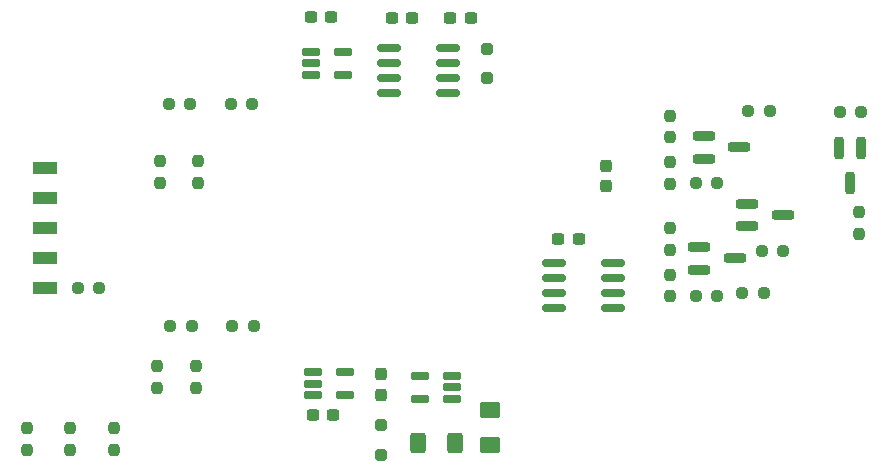
<source format=gbp>
G04 #@! TF.GenerationSoftware,KiCad,Pcbnew,9.0.7*
G04 #@! TF.CreationDate,2026-01-19T12:35:42-05:00*
G04 #@! TF.ProjectId,remote_arming,72656d6f-7465-45f6-9172-6d696e672e6b,rev?*
G04 #@! TF.SameCoordinates,Original*
G04 #@! TF.FileFunction,Paste,Bot*
G04 #@! TF.FilePolarity,Positive*
%FSLAX46Y46*%
G04 Gerber Fmt 4.6, Leading zero omitted, Abs format (unit mm)*
G04 Created by KiCad (PCBNEW 9.0.7) date 2026-01-19 12:35:42*
%MOMM*%
%LPD*%
G01*
G04 APERTURE LIST*
G04 Aperture macros list*
%AMRoundRect*
0 Rectangle with rounded corners*
0 $1 Rounding radius*
0 $2 $3 $4 $5 $6 $7 $8 $9 X,Y pos of 4 corners*
0 Add a 4 corners polygon primitive as box body*
4,1,4,$2,$3,$4,$5,$6,$7,$8,$9,$2,$3,0*
0 Add four circle primitives for the rounded corners*
1,1,$1+$1,$2,$3*
1,1,$1+$1,$4,$5*
1,1,$1+$1,$6,$7*
1,1,$1+$1,$8,$9*
0 Add four rect primitives between the rounded corners*
20,1,$1+$1,$2,$3,$4,$5,0*
20,1,$1+$1,$4,$5,$6,$7,0*
20,1,$1+$1,$6,$7,$8,$9,0*
20,1,$1+$1,$8,$9,$2,$3,0*%
G04 Aperture macros list end*
%ADD10RoundRect,0.237500X0.250000X0.237500X-0.250000X0.237500X-0.250000X-0.237500X0.250000X-0.237500X0*%
%ADD11RoundRect,0.250001X0.624999X-0.462499X0.624999X0.462499X-0.624999X0.462499X-0.624999X-0.462499X0*%
%ADD12RoundRect,0.237500X-0.237500X0.300000X-0.237500X-0.300000X0.237500X-0.300000X0.237500X0.300000X0*%
%ADD13RoundRect,0.237500X-0.237500X0.250000X-0.237500X-0.250000X0.237500X-0.250000X0.237500X0.250000X0*%
%ADD14RoundRect,0.162500X-0.617500X-0.162500X0.617500X-0.162500X0.617500X0.162500X-0.617500X0.162500X0*%
%ADD15R,2.000000X1.000000*%
%ADD16RoundRect,0.200000X-0.750000X-0.200000X0.750000X-0.200000X0.750000X0.200000X-0.750000X0.200000X0*%
%ADD17RoundRect,0.237500X0.237500X-0.250000X0.237500X0.250000X-0.237500X0.250000X-0.237500X-0.250000X0*%
%ADD18RoundRect,0.150000X-0.825000X-0.150000X0.825000X-0.150000X0.825000X0.150000X-0.825000X0.150000X0*%
%ADD19RoundRect,0.150000X0.825000X0.150000X-0.825000X0.150000X-0.825000X-0.150000X0.825000X-0.150000X0*%
%ADD20RoundRect,0.237500X0.300000X0.237500X-0.300000X0.237500X-0.300000X-0.237500X0.300000X-0.237500X0*%
%ADD21RoundRect,0.200000X-0.200000X0.750000X-0.200000X-0.750000X0.200000X-0.750000X0.200000X0.750000X0*%
%ADD22RoundRect,0.237500X0.237500X-0.300000X0.237500X0.300000X-0.237500X0.300000X-0.237500X-0.300000X0*%
%ADD23RoundRect,0.237500X-0.250000X-0.237500X0.250000X-0.237500X0.250000X0.237500X-0.250000X0.237500X0*%
%ADD24RoundRect,0.250000X-0.400000X-0.625000X0.400000X-0.625000X0.400000X0.625000X-0.400000X0.625000X0*%
%ADD25RoundRect,0.250000X0.250000X-0.250000X0.250000X0.250000X-0.250000X0.250000X-0.250000X-0.250000X0*%
%ADD26RoundRect,0.162500X0.617500X0.162500X-0.617500X0.162500X-0.617500X-0.162500X0.617500X-0.162500X0*%
%ADD27RoundRect,0.237500X-0.300000X-0.237500X0.300000X-0.237500X0.300000X0.237500X-0.300000X0.237500X0*%
G04 APERTURE END LIST*
D10*
G04 #@! TO.C,R19*
X167536500Y-100054500D03*
X165711500Y-100054500D03*
G04 #@! TD*
D11*
G04 #@! TO.C,F2*
X148336000Y-112718000D03*
X148336000Y-109743000D03*
G04 #@! TD*
D12*
G04 #@! TO.C,C4*
X158089600Y-89032000D03*
X158089600Y-90757000D03*
G04 #@! TD*
D13*
G04 #@! TO.C,R7*
X120370600Y-88647900D03*
X120370600Y-90472900D03*
G04 #@! TD*
D14*
G04 #@! TO.C,U7*
X133324000Y-108434500D03*
X133324000Y-107484500D03*
X133324000Y-106534500D03*
X136024000Y-106534500D03*
X136024000Y-108434500D03*
G04 #@! TD*
D15*
G04 #@! TO.C,J1*
X110665500Y-99386500D03*
X110665500Y-96846500D03*
X110665500Y-94306500D03*
X110665500Y-91766500D03*
X110665500Y-89226500D03*
G04 #@! TD*
D14*
G04 #@! TO.C,U6*
X133143000Y-81319500D03*
X133143000Y-80369500D03*
X133143000Y-79419500D03*
X135843000Y-79419500D03*
X135843000Y-81319500D03*
G04 #@! TD*
D16*
G04 #@! TO.C,Q1*
X170077000Y-94146500D03*
X170077000Y-92246500D03*
X173077000Y-93196500D03*
G04 #@! TD*
D10*
G04 #@! TO.C,R13*
X123035700Y-102616000D03*
X121210700Y-102616000D03*
G04 #@! TD*
D17*
G04 #@! TO.C,R20*
X163576000Y-96141000D03*
X163576000Y-94316000D03*
G04 #@! TD*
D18*
G04 #@! TO.C,U1*
X153735000Y-101070500D03*
X153735000Y-99800500D03*
X153735000Y-98530500D03*
X153735000Y-97260500D03*
X158685000Y-97260500D03*
X158685000Y-98530500D03*
X158685000Y-99800500D03*
X158685000Y-101070500D03*
G04 #@! TD*
D19*
G04 #@! TO.C,U3*
X144715000Y-79099500D03*
X144715000Y-80369500D03*
X144715000Y-81639500D03*
X144715000Y-82909500D03*
X139765000Y-82909500D03*
X139765000Y-81639500D03*
X139765000Y-80369500D03*
X139765000Y-79099500D03*
G04 #@! TD*
D10*
G04 #@! TO.C,R1*
X115212500Y-99415600D03*
X113387500Y-99415600D03*
G04 #@! TD*
D20*
G04 #@! TO.C,C1*
X155802500Y-95228500D03*
X154077500Y-95228500D03*
G04 #@! TD*
G04 #@! TO.C,C5*
X146658500Y-76559500D03*
X144933500Y-76559500D03*
G04 #@! TD*
D21*
G04 #@! TO.C,Q6*
X177828000Y-87506500D03*
X179728000Y-87506500D03*
X178778000Y-90506500D03*
G04 #@! TD*
D22*
G04 #@! TO.C,C9*
X139065000Y-108410000D03*
X139065000Y-106685000D03*
G04 #@! TD*
D23*
G04 #@! TO.C,R24*
X170156500Y-84433500D03*
X171981500Y-84433500D03*
G04 #@! TD*
G04 #@! TO.C,R22*
X165711500Y-90529500D03*
X167536500Y-90529500D03*
G04 #@! TD*
D16*
G04 #@! TO.C,Q3*
X166394000Y-88431500D03*
X166394000Y-86531500D03*
X169394000Y-87481500D03*
G04 #@! TD*
D10*
G04 #@! TO.C,R12*
X122934100Y-83820000D03*
X121109100Y-83820000D03*
G04 #@! TD*
D13*
G04 #@! TO.C,R17*
X163576000Y-88728000D03*
X163576000Y-90553000D03*
G04 #@! TD*
D24*
G04 #@! TO.C,R16*
X142240000Y-112500500D03*
X145340000Y-112500500D03*
G04 #@! TD*
D13*
G04 #@! TO.C,R18*
X163576000Y-98253000D03*
X163576000Y-100078000D03*
G04 #@! TD*
D23*
G04 #@! TO.C,R11*
X126493900Y-102616000D03*
X128318900Y-102616000D03*
G04 #@! TD*
D17*
G04 #@! TO.C,R3*
X112734400Y-113098600D03*
X112734400Y-111273600D03*
G04 #@! TD*
D25*
G04 #@! TO.C,D1*
X148082000Y-81619500D03*
X148082000Y-79119500D03*
G04 #@! TD*
D23*
G04 #@! TO.C,R23*
X169648500Y-99800500D03*
X171473500Y-99800500D03*
G04 #@! TD*
G04 #@! TO.C,R33*
X177915500Y-84506500D03*
X179740500Y-84506500D03*
G04 #@! TD*
D17*
G04 #@! TO.C,R4*
X116484400Y-113098600D03*
X116484400Y-111273600D03*
G04 #@! TD*
D23*
G04 #@! TO.C,R5*
X171299500Y-96244500D03*
X173124500Y-96244500D03*
G04 #@! TD*
D17*
G04 #@! TO.C,R6*
X123545600Y-90472900D03*
X123545600Y-88647900D03*
G04 #@! TD*
D26*
G04 #@! TO.C,U8*
X145114000Y-106851500D03*
X145114000Y-107801500D03*
X145114000Y-108751500D03*
X142414000Y-108751500D03*
X142414000Y-106851500D03*
G04 #@! TD*
D13*
G04 #@! TO.C,R21*
X163576000Y-84791000D03*
X163576000Y-86616000D03*
G04 #@! TD*
D27*
G04 #@! TO.C,C7*
X133122500Y-76432500D03*
X134847500Y-76432500D03*
G04 #@! TD*
D17*
G04 #@! TO.C,R8*
X123444000Y-107825000D03*
X123444000Y-106000000D03*
G04 #@! TD*
D27*
G04 #@! TO.C,C6*
X139980500Y-76559500D03*
X141705500Y-76559500D03*
G04 #@! TD*
D16*
G04 #@! TO.C,Q2*
X166013000Y-97829500D03*
X166013000Y-95929500D03*
X169013000Y-96879500D03*
G04 #@! TD*
D25*
G04 #@! TO.C,D4*
X139078000Y-113518000D03*
X139078000Y-111018000D03*
G04 #@! TD*
D27*
G04 #@! TO.C,C8*
X133327500Y-110180000D03*
X135052500Y-110180000D03*
G04 #@! TD*
D17*
G04 #@! TO.C,R2*
X109084400Y-113098600D03*
X109084400Y-111273600D03*
G04 #@! TD*
G04 #@! TO.C,R34*
X179578000Y-94790900D03*
X179578000Y-92965900D03*
G04 #@! TD*
D13*
G04 #@! TO.C,R9*
X120142000Y-106000000D03*
X120142000Y-107825000D03*
G04 #@! TD*
D23*
G04 #@! TO.C,R10*
X126341500Y-83820000D03*
X128166500Y-83820000D03*
G04 #@! TD*
M02*

</source>
